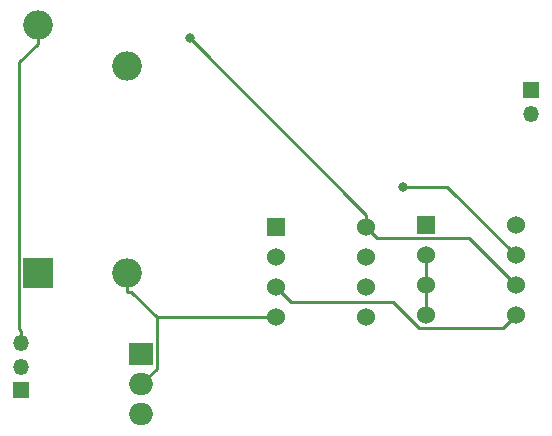
<source format=gbr>
%TF.GenerationSoftware,KiCad,Pcbnew,6.0.2+dfsg-1*%
%TF.CreationDate,2023-03-19T16:54:36+01:00*%
%TF.ProjectId,recruitment,72656372-7569-4746-9d65-6e742e6b6963,rev?*%
%TF.SameCoordinates,Original*%
%TF.FileFunction,Copper,L2,Bot*%
%TF.FilePolarity,Positive*%
%FSLAX46Y46*%
G04 Gerber Fmt 4.6, Leading zero omitted, Abs format (unit mm)*
G04 Created by KiCad (PCBNEW 6.0.2+dfsg-1) date 2023-03-19 16:54:36*
%MOMM*%
%LPD*%
G01*
G04 APERTURE LIST*
%TA.AperFunction,ComponentPad*%
%ADD10R,1.350000X1.350000*%
%TD*%
%TA.AperFunction,ComponentPad*%
%ADD11O,1.350000X1.350000*%
%TD*%
%TA.AperFunction,ComponentPad*%
%ADD12R,1.524000X1.524000*%
%TD*%
%TA.AperFunction,ComponentPad*%
%ADD13C,1.524000*%
%TD*%
%TA.AperFunction,ComponentPad*%
%ADD14R,2.000000X1.905000*%
%TD*%
%TA.AperFunction,ComponentPad*%
%ADD15O,2.000000X1.905000*%
%TD*%
%TA.AperFunction,ComponentPad*%
%ADD16R,2.500000X2.500000*%
%TD*%
%TA.AperFunction,ComponentPad*%
%ADD17O,2.500000X2.500000*%
%TD*%
%TA.AperFunction,ViaPad*%
%ADD18C,0.800000*%
%TD*%
%TA.AperFunction,Conductor*%
%ADD19C,0.250000*%
%TD*%
G04 APERTURE END LIST*
D10*
%TO.P,LoadConnect1,1,Pin_1*%
%TO.N,Net-(HallSensor1-Pad5)*%
X154940000Y-83820000D03*
D11*
%TO.P,LoadConnect1,2,Pin_2*%
%TO.N,GND*%
X154940000Y-85820000D03*
%TD*%
D10*
%TO.P,SupplyConnect1,1,Pin_1*%
%TO.N,GND*%
X111760000Y-109220000D03*
D11*
%TO.P,SupplyConnect1,2,Pin_2*%
%TO.N,Net-(SW1-Pad1)*%
X111760000Y-107220000D03*
%TO.P,SupplyConnect1,3,Pin_3*%
%TO.N,Net-(Relay1-Pad3)*%
X111760000Y-105220000D03*
%TD*%
D12*
%TO.P,multiplier1,1,Y1*%
%TO.N,/V_Nload*%
X146050000Y-95250000D03*
D13*
%TO.P,multiplier1,2,Y2*%
%TO.N,GND*%
X146050000Y-97790000D03*
%TO.P,multiplier1,3,VN*%
X146050000Y-100330000D03*
%TO.P,multiplier1,4,Z*%
X146050000Y-102870000D03*
%TO.P,multiplier1,5,W*%
%TO.N,/V_pot*%
X153670000Y-102870000D03*
%TO.P,multiplier1,6,VP*%
%TO.N,/Vcc*%
X153670000Y-100330000D03*
%TO.P,multiplier1,7,X2*%
%TO.N,/V_Nhall*%
X153670000Y-97790000D03*
%TO.P,multiplier1,8,X1*%
%TO.N,GND*%
X153670000Y-95250000D03*
%TD*%
D14*
%TO.P,regolator1,1,VI*%
%TO.N,Net-(SW1-Pad2)*%
X121920000Y-106181300D03*
D15*
%TO.P,regolator1,2,GND*%
%TO.N,GND*%
X121920000Y-108721300D03*
%TO.P,regolator1,3,VO*%
%TO.N,/Vcc*%
X121920000Y-111261300D03*
%TD*%
D12*
%TO.P,Comparator1,1,OUT*%
%TO.N,/V_comp*%
X133350000Y-95419500D03*
D13*
%TO.P,Comparator1,2,IN-*%
%TO.N,/V_ref*%
X133350000Y-97959500D03*
%TO.P,Comparator1,3,IN+*%
%TO.N,/V_pot*%
X133350000Y-100499500D03*
%TO.P,Comparator1,4,V-*%
%TO.N,GND*%
X133350000Y-103039500D03*
%TO.P,Comparator1,5,IN+*%
%TO.N,unconnected-(Comparator1-Pad5)*%
X140970000Y-103039500D03*
%TO.P,Comparator1,6,IN-*%
%TO.N,unconnected-(Comparator1-Pad6)*%
X140970000Y-100499500D03*
%TO.P,Comparator1,7,OUT*%
%TO.N,unconnected-(Comparator1-Pad7)*%
X140970000Y-97959500D03*
%TO.P,Comparator1,8,V+*%
%TO.N,/Vcc*%
X140970000Y-95419500D03*
%TD*%
D16*
%TO.P,Relay1,1*%
%TO.N,Net-(Q1-Pad2)*%
X113182500Y-99307500D03*
D17*
%TO.P,Relay1,3*%
%TO.N,Net-(Relay1-Pad3)*%
X113182500Y-78307500D03*
%TO.P,Relay1,5*%
%TO.N,Net-(HallSensor1-Pad6)*%
X120682500Y-81807500D03*
%TO.P,Relay1,6*%
%TO.N,GND*%
X120682500Y-99307500D03*
%TD*%
D18*
%TO.N,/Vcc*%
X126050000Y-79435400D03*
%TO.N,/V_Nhall*%
X144108700Y-91974300D03*
%TD*%
D19*
%TO.N,/Vcc*%
X140970000Y-95419500D02*
X140970000Y-94355400D01*
X153670000Y-100330000D02*
X149700700Y-96360700D01*
X149700700Y-96360700D02*
X141911200Y-96360700D01*
X141911200Y-96360700D02*
X140970000Y-95419500D01*
X140970000Y-94355400D02*
X126050000Y-79435400D01*
%TO.N,GND*%
X146050000Y-97790000D02*
X146050000Y-100330000D01*
X121088700Y-100882800D02*
X123245400Y-103039500D01*
X133350000Y-103039500D02*
X123245400Y-103039500D01*
X123245400Y-107395900D02*
X121920000Y-108721300D01*
X120682500Y-100882800D02*
X121088700Y-100882800D01*
X123245400Y-103039500D02*
X123245400Y-107395900D01*
X120682500Y-99307500D02*
X120682500Y-100882800D01*
X146050000Y-100330000D02*
X146050000Y-102870000D01*
%TO.N,/V_pot*%
X145443400Y-103970200D02*
X143242700Y-101769500D01*
X134620000Y-101769500D02*
X133350000Y-100499500D01*
X152569800Y-103970200D02*
X145443400Y-103970200D01*
X153670000Y-102870000D02*
X152569800Y-103970200D01*
X143242700Y-101769500D02*
X134620000Y-101769500D01*
%TO.N,/V_Nhall*%
X153670000Y-97790000D02*
X147854300Y-91974300D01*
X147854300Y-91974300D02*
X144108700Y-91974300D01*
%TO.N,Net-(Relay1-Pad3)*%
X111607100Y-81458200D02*
X111607100Y-104066800D01*
X111607100Y-104066800D02*
X111760000Y-104219700D01*
X113182500Y-78307500D02*
X113182500Y-79882800D01*
X113182500Y-79882800D02*
X111607100Y-81458200D01*
X111760000Y-105220000D02*
X111760000Y-104219700D01*
%TD*%
M02*

</source>
